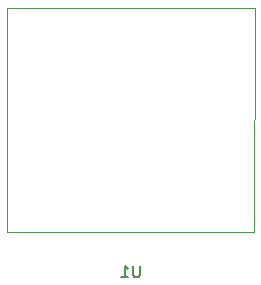
<source format=gbr>
%TF.GenerationSoftware,KiCad,Pcbnew,(5.1.6)-1*%
%TF.CreationDate,2021-03-22T21:05:39-07:00*%
%TF.ProjectId,TSA Location Tracker,54534120-4c6f-4636-9174-696f6e205472,rev?*%
%TF.SameCoordinates,Original*%
%TF.FileFunction,Legend,Bot*%
%TF.FilePolarity,Positive*%
%FSLAX46Y46*%
G04 Gerber Fmt 4.6, Leading zero omitted, Abs format (unit mm)*
G04 Created by KiCad (PCBNEW (5.1.6)-1) date 2021-03-22 21:05:39*
%MOMM*%
%LPD*%
G01*
G04 APERTURE LIST*
%ADD10C,0.120000*%
%ADD11C,0.150000*%
G04 APERTURE END LIST*
D10*
%TO.C,U1*%
X88880000Y-76480000D02*
X67960000Y-76540000D01*
X88920000Y-57530000D02*
X88880000Y-76480000D01*
X67940000Y-57510000D02*
X88920000Y-57530000D01*
X67960000Y-76500000D02*
X67940000Y-57510000D01*
D11*
X79201904Y-79342380D02*
X79201904Y-80151904D01*
X79154285Y-80247142D01*
X79106666Y-80294761D01*
X79011428Y-80342380D01*
X78820952Y-80342380D01*
X78725714Y-80294761D01*
X78678095Y-80247142D01*
X78630476Y-80151904D01*
X78630476Y-79342380D01*
X77630476Y-80342380D02*
X78201904Y-80342380D01*
X77916190Y-80342380D02*
X77916190Y-79342380D01*
X78011428Y-79485238D01*
X78106666Y-79580476D01*
X78201904Y-79628095D01*
%TD*%
M02*

</source>
